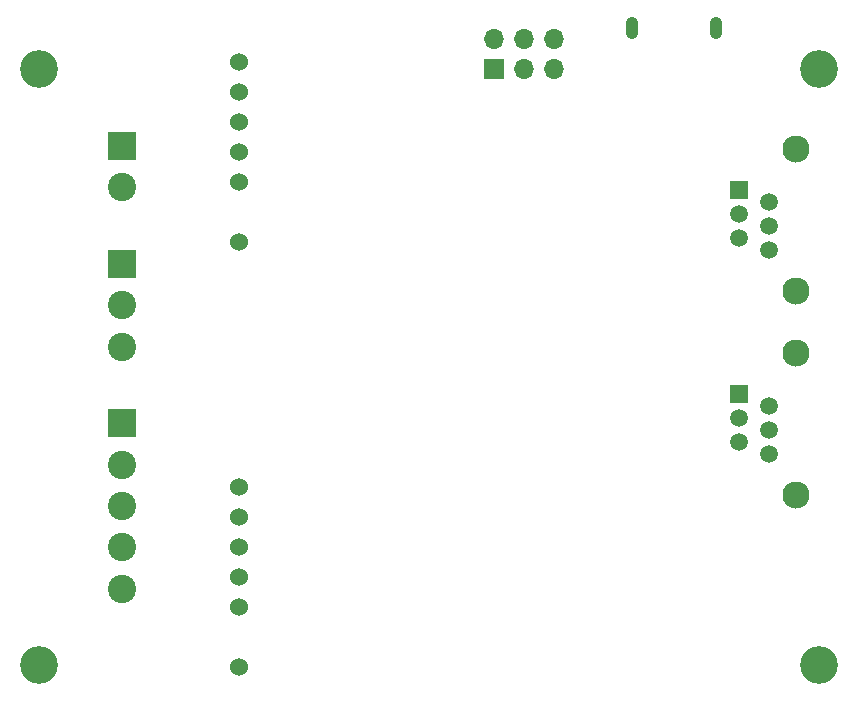
<source format=gbr>
%TF.GenerationSoftware,KiCad,Pcbnew,(5.1.8)-1*%
%TF.CreationDate,2021-08-18T15:50:37+02:00*%
%TF.ProjectId,Haubenblitzer_Treiber,48617562-656e-4626-9c69-747a65725f54,rev?*%
%TF.SameCoordinates,Original*%
%TF.FileFunction,Soldermask,Bot*%
%TF.FilePolarity,Negative*%
%FSLAX46Y46*%
G04 Gerber Fmt 4.6, Leading zero omitted, Abs format (unit mm)*
G04 Created by KiCad (PCBNEW (5.1.8)-1) date 2021-08-18 15:50:37*
%MOMM*%
%LPD*%
G01*
G04 APERTURE LIST*
%ADD10C,3.200000*%
%ADD11C,1.524000*%
%ADD12C,2.300000*%
%ADD13C,1.520000*%
%ADD14R,1.520000X1.520000*%
%ADD15C,2.400000*%
%ADD16R,2.400000X2.400000*%
%ADD17O,1.700000X1.700000*%
%ADD18R,1.700000X1.700000*%
%ADD19O,1.050000X1.900000*%
G04 APERTURE END LIST*
D10*
%TO.C,H4*%
X90500000Y-185500000D03*
%TD*%
%TO.C,H3*%
X24500000Y-185500000D03*
%TD*%
%TO.C,H2*%
X90500000Y-135000000D03*
%TD*%
%TO.C,H1*%
X24500000Y-135000000D03*
%TD*%
D11*
%TO.C,U3*%
X41380000Y-149620000D03*
X41380000Y-144540000D03*
X41380000Y-142000000D03*
X41380000Y-134380000D03*
X41380000Y-136920000D03*
X41380000Y-139460000D03*
%TD*%
%TO.C,U4*%
X41380000Y-185620000D03*
X41380000Y-180540000D03*
X41380000Y-178000000D03*
X41380000Y-170380000D03*
X41380000Y-172920000D03*
X41380000Y-175460000D03*
%TD*%
D12*
%TO.C,J7*%
X88590000Y-171050000D03*
X88590000Y-159050000D03*
D13*
X86290000Y-167600000D03*
X83750000Y-166580000D03*
X86290000Y-165560000D03*
X83750000Y-164540000D03*
X86290000Y-163520000D03*
D14*
X83750000Y-162500000D03*
%TD*%
D12*
%TO.C,J6*%
X88590000Y-153800000D03*
X88590000Y-141800000D03*
D13*
X86290000Y-150350000D03*
X83750000Y-149330000D03*
X86290000Y-148310000D03*
X83750000Y-147290000D03*
X86290000Y-146270000D03*
D14*
X83750000Y-145250000D03*
%TD*%
D15*
%TO.C,J5*%
X31500000Y-179000000D03*
X31500000Y-175500000D03*
X31500000Y-172000000D03*
X31500000Y-168500000D03*
D16*
X31500000Y-165000000D03*
%TD*%
D15*
%TO.C,J4*%
X31500000Y-158500000D03*
X31500000Y-155000000D03*
D16*
X31500000Y-151500000D03*
%TD*%
D15*
%TO.C,J3*%
X31500000Y-145000000D03*
D16*
X31500000Y-141500000D03*
%TD*%
D17*
%TO.C,J1*%
X68080000Y-132460000D03*
X68080000Y-135000000D03*
X65540000Y-132460000D03*
X65540000Y-135000000D03*
X63000000Y-132460000D03*
D18*
X63000000Y-135000000D03*
%TD*%
D19*
%TO.C,J2*%
X74675000Y-131550000D03*
X81825000Y-131550000D03*
%TD*%
M02*

</source>
